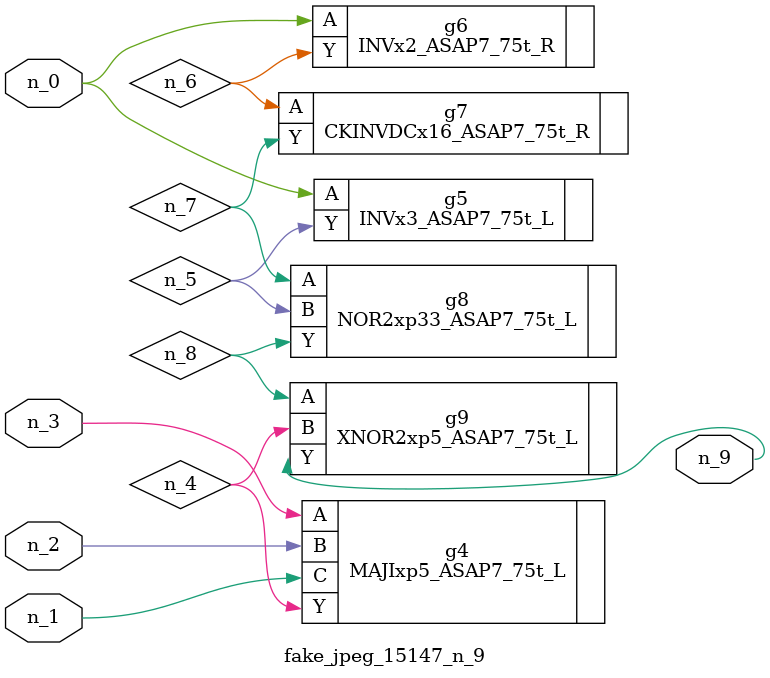
<source format=v>
module fake_jpeg_15147_n_9 (n_0, n_3, n_2, n_1, n_9);

input n_0;
input n_3;
input n_2;
input n_1;

output n_9;

wire n_4;
wire n_8;
wire n_6;
wire n_5;
wire n_7;

MAJIxp5_ASAP7_75t_L g4 ( 
.A(n_3),
.B(n_2),
.C(n_1),
.Y(n_4)
);

INVx3_ASAP7_75t_L g5 ( 
.A(n_0),
.Y(n_5)
);

INVx2_ASAP7_75t_R g6 ( 
.A(n_0),
.Y(n_6)
);

CKINVDCx16_ASAP7_75t_R g7 ( 
.A(n_6),
.Y(n_7)
);

NOR2xp33_ASAP7_75t_L g8 ( 
.A(n_7),
.B(n_5),
.Y(n_8)
);

XNOR2xp5_ASAP7_75t_L g9 ( 
.A(n_8),
.B(n_4),
.Y(n_9)
);


endmodule
</source>
